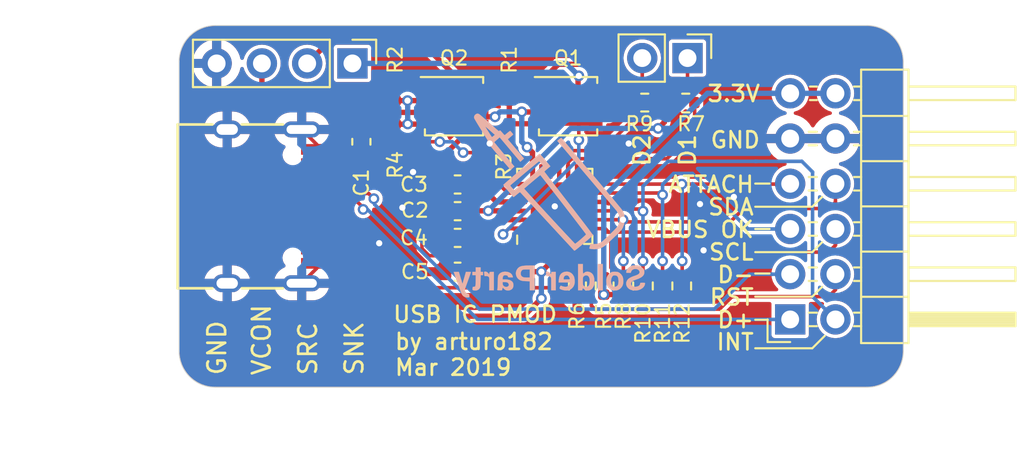
<source format=kicad_pcb>
(kicad_pcb (version 20221018) (generator pcbnew)
  (layers (0 "F.Cu" signal) (31 "B.Cu" signal) (34 "B.Paste" user) (35 "F.Paste" user) (36 "B.SilkS" user "B.Silkscreen") (37 "F.SilkS" user "F.Silkscreen") (38 "B.Mask" user) (39 "F.Mask" user) (44 "Edge.Cuts" user))
  (net 0 "")
  (net 1 "VBUS")
  (net 2 "GND")
  (net 3 "+3V3")
  (net 4 "Net-(C3-Pad1)")
  (net 5 "Net-(C4-Pad1)")
  (net 6 "/VCONN")
  (net 7 "/D-")
  (net 8 "/D+")
  (net 9 "Net-(J1-PadA8)")
  (net 10 "Net-(J1-PadB5)")
  (net 11 "Net-(J1-PadB8)")
  (net 12 "Net-(J1-PadA5)")
  (net 13 "/SDA")
  (net 14 "/SCL")
  (net 15 "/VBUS_VALID")
  (net 16 "/~{RESET}")
  (net 17 "/ATTACH")
  (net 18 "/~{INT}")
  (net 19 "/VSRC")
  (net 20 "/VSNK")
  (net 21 "/DEBUG2")
  (net 22 "/DEBUG1")
  (net 23 "Net-(Q1-Pad2)")
  (net 24 "Net-(Q1-Pad1)")
  (net 25 "Net-(Q2-Pad2)")
  (net 26 "Net-(Q2-Pad1)")
  (net 27 "Net-(R3-Pad1)")
  (net 28 "Net-(R4-Pad1)")
  (net 29 "Net-(U1-Pad17)")
  (footprint "Capacitor_SMD:C_0603_1608Metric" (layer "F.Cu") (at 87.7 58.6 -90)
    (fp_text reference "C1" (at 2.3 0 270) (layer "F.SilkS") (effects (font (size 0.8 0.8) (thickness 0.12))))
    (fp_text value "10uF")
    (pad "1" smd roundrect (at -0.7875 0 270) (size 0.875 0.95) (layers "F.Cu" "F.Paste" "F.Mask") (net 2 "GND"))
    (pad "2" smd roundrect (at 0.7875 0 270) (size 0.875 0.95) (layers "F.Cu" "F.Paste" "F.Mask") (net 1 "VBUS"))
  )
  (footprint "Capacitor_SMD:C_0603_1608Metric" (layer "F.Cu") (at 93.1 62.5 180)
    (fp_text reference "C2" (at 2.4 0.05 180) (layer "F.SilkS") (effects (font (size 0.8 0.8) (thickness 0.12))))
    (fp_text value "1uF")
    (pad "1" smd roundrect (at -0.7875 0 180) (size 0.875 0.95) (layers "F.Cu" "F.Paste" "F.Mask") (net 3 "+3V3"))
    (pad "2" smd roundrect (at 0.7875 0 180) (size 0.875 0.95) (layers "F.Cu" "F.Paste" "F.Mask") (net 2 "GND"))
  )
  (footprint "Capacitor_SMD:C_0603_1608Metric" (layer "F.Cu") (at 93.1 61 180)
    (fp_text reference "C3" (at 2.45 0 180) (layer "F.SilkS") (effects (font (size 0.8 0.8) (thickness 0.12))))
    (fp_text value "1uF")
    (pad "1" smd roundrect (at -0.7875 0 180) (size 0.875 0.95) (layers "F.Cu" "F.Paste" "F.Mask") (net 4 "Net-(C3-Pad1)"))
    (pad "2" smd roundrect (at 0.7875 0 180) (size 0.875 0.95) (layers "F.Cu" "F.Paste" "F.Mask") (net 2 "GND"))
  )
  (footprint "Capacitor_SMD:C_0603_1608Metric" (layer "F.Cu") (at 93.1 64 180)
    (fp_text reference "C4" (at 2.45 0 180) (layer "F.SilkS") (effects (font (size 0.8 0.8) (thickness 0.12))))
    (fp_text value "1uF")
    (pad "1" smd roundrect (at -0.7875 0 180) (size 0.875 0.95) (layers "F.Cu" "F.Paste" "F.Mask") (net 5 "Net-(C4-Pad1)"))
    (pad "2" smd roundrect (at 0.7875 0 180) (size 0.875 0.95) (layers "F.Cu" "F.Paste" "F.Mask") (net 2 "GND"))
  )
  (footprint "Capacitor_SMD:C_0603_1608Metric" (layer "F.Cu") (at 93.1 65.9 180)
    (fp_text reference "C5" (at 2.4 0 180) (layer "F.SilkS") (effects (font (size 0.8 0.8) (thickness 0.12))))
    (fp_text value "1uF")
    (pad "1" smd roundrect (at -0.7875 0 180) (size 0.875 0.95) (layers "F.Cu" "F.Paste" "F.Mask") (net 6 "/VCONN"))
    (pad "2" smd roundrect (at 0.7875 0 180) (size 0.875 0.95) (layers "F.Cu" "F.Paste" "F.Mask") (net 2 "GND"))
  )
  (footprint "Connector_PinHeader_2.54mm:PinHeader_1x04_P2.54mm_Vertical" (layer "F.Cu") (at 87.2 54.2 -90)
    (fp_text reference "J3" hide)
    (fp_text value "CONN_PWR")
    (pad "1" thru_hole rect (at 0 0 270) (size 1.7 1.7) (drill 1) (layers "*.Cu" "*.Mask") (net 20 "/VSNK"))
    (pad "2" thru_hole oval (at 0 2.54 270) (size 1.7 1.7) (drill 1) (layers "*.Cu" "*.Mask") (net 19 "/VSRC"))
    (pad "3" thru_hole oval (at 0 5.08 270) (size 1.7 1.7) (drill 1) (layers "*.Cu" "*.Mask") (net 6 "/VCONN"))
    (pad "4" thru_hole oval (at 0 7.62 270) (size 1.7 1.7) (drill 1) (layers "*.Cu" "*.Mask") (net 2 "GND"))
  )
  (footprint "Package_SO:Vishay_PowerPAK_1212-8_Dual" (layer "F.Cu") (at 99.3 56.6)
    (fp_text reference "Q1" (at 0 -2.7) (layer "F.SilkS") (effects (font (size 0.8 0.8) (thickness 0.12))))
    (fp_text value "Si7223DN")
    (pad "1" smd rect (at -1.435 -0.99) (size 0.99 0.405) (layers "F.Cu" "F.Paste" "F.Mask") (net 24 "Net-(Q1-Pad1)"))
    (pad "2" smd rect (at -1.435 -0.33) (size 0.99 0.405) (layers "F.Cu" "F.Paste" "F.Mask") (net 23 "Net-(Q1-Pad2)"))
    (pad "3" smd rect (at -1.435 0.33) (size 0.99 0.405) (layers "F.Cu" "F.Paste" "F.Mask") (net 1 "VBUS"))
    (pad "4" smd rect (at -1.435 0.99) (size 0.99 0.405) (layers "F.Cu" "F.Paste" "F.Mask") (net 23 "Net-(Q1-Pad2)"))
    (pad "5" smd custom (at 0.5575 0.6075) (size 1.725 0.99) (layers "F.Cu" "F.Paste" "F.Mask") (net 24 "Net-(Q1-Pad1)") (options (clearance outline) (anchor rect)) (primitives (gr_poly (pts (xy 0.6125 -0.495) (xy 1.3725 -0.495) (xy 1.3725 -0.09) (xy 0.8625 -0.09) (xy 0.8625 0.165) (xy 1.3725 0.165) (xy 1.3725 0.5875) (xy 0.6125 0.5875)) (width 0) (fill yes))))
    (pad "6" smd custom (at 0.5575 -0.6075) (size 1.725 0.99) (layers "F.Cu" "F.Paste" "F.Mask") (net 20 "/VSNK") (options (clearance outline) (anchor rect)) (primitives (gr_poly (pts (xy 0.6125 0.495) (xy 1.3725 0.495) (xy 1.3725 0.09) (xy 0.8625 0.09) (xy 0.8625 -0.165) (xy 1.3725 -0.165) (xy 1.3725 -0.5875) (xy 0.6125 -0.5875)) (width 0) (fill yes))))
  )
  (footprint "Resistor_SMD:R_0402_1005Metric" (layer "F.Cu") (at 89.6 58.1 90)
    (fp_text reference "R4" (at -1.8 0 90) (layer "F.SilkS") (effects (font (size 0.8 0.8) (thickness 0.12))))
    (fp_text value "1K")
    (pad "1" smd roundrect (at -0.485 0 90) (size 0.59 0.64) (layers "F.Cu" "F.Paste" "F.Mask") (net 28 "Net-(R4-Pad1)"))
    (pad "2" smd roundrect (at 0.485 0 90) (size 0.59 0.64) (layers "F.Cu" "F.Paste" "F.Mask") (net 25 "Net-(Q2-Pad2)"))
  )
  (footprint "Resistor_SMD:R_0402_1005Metric" (layer "F.Cu") (at 101.3 66.7 90)
    (fp_text reference "R5" (at -1.7 0 90) (layer "F.SilkS") (effects (font (size 0.8 0.8) (thickness 0.12))))
    (fp_text value "4.7K")
    (pad "1" smd roundrect (at -0.485 0 90) (size 0.59 0.64) (layers "F.Cu" "F.Paste" "F.Mask") (net 3 "+3V3"))
    (pad "2" smd roundrect (at 0.485 0 90) (size 0.59 0.64) (layers "F.Cu" "F.Paste" "F.Mask") (net 14 "/SCL"))
  )
  (footprint "Resistor_SMD:R_0402_1005Metric" (layer "F.Cu") (at 99.8 66.7 -90)
    (fp_text reference "R6" (at 1.7 0 270) (layer "F.SilkS") (effects (font (size 0.8 0.8) (thickness 0.12))))
    (fp_text value "1K")
    (pad "1" smd roundrect (at -0.485 0 270) (size 0.59 0.64) (layers "F.Cu" "F.Paste" "F.Mask") (net 16 "/~{RESET}"))
    (pad "2" smd roundrect (at 0.485 0 270) (size 0.59 0.64) (layers "F.Cu" "F.Paste" "F.Mask") (net 2 "GND"))
  )
  (footprint "Resistor_SMD:R_0402_1005Metric" (layer "F.Cu") (at 103.5 66.7 90)
    (fp_text reference "R10" (at -2.1 0 90) (layer "F.SilkS") (effects (font (size 0.8 0.8) (thickness 0.12))))
    (fp_text value "10K")
    (pad "1" smd roundrect (at -0.485 0 90) (size 0.59 0.64) (layers "F.Cu" "F.Paste" "F.Mask") (net 3 "+3V3"))
    (pad "2" smd roundrect (at 0.485 0 90) (size 0.59 0.64) (layers "F.Cu" "F.Paste" "F.Mask") (net 18 "/~{INT}"))
  )
  (footprint "Resistor_SMD:R_0402_1005Metric" (layer "F.Cu") (at 104.6 66.7 90)
    (fp_text reference "R11" (at -2.1 0 90) (layer "F.SilkS") (effects (font (size 0.8 0.8) (thickness 0.12))))
    (fp_text value "10K")
    (pad "1" smd roundrect (at -0.485 0 90) (size 0.59 0.64) (layers "F.Cu" "F.Paste" "F.Mask") (net 3 "+3V3"))
    (pad "2" smd roundrect (at 0.485 0 90) (size 0.59 0.64) (layers "F.Cu" "F.Paste" "F.Mask") (net 15 "/VBUS_VALID"))
  )
  (footprint "Resistor_SMD:R_0402_1005Metric" (layer "F.Cu") (at 105.7 66.7 90)
    (fp_text reference "R12" (at -2.1 0 90) (layer "F.SilkS") (effects (font (size 0.8 0.8) (thickness 0.12))))
    (fp_text value "10K")
    (pad "1" smd roundrect (at -0.485 0 90) (size 0.59 0.64) (layers "F.Cu" "F.Paste" "F.Mask") (net 3 "+3V3"))
    (pad "2" smd roundrect (at 0.485 0 90) (size 0.59 0.64) (layers "F.Cu" "F.Paste" "F.Mask") (net 17 "/ATTACH"))
  )
  (footprint "Package_DFN_QFN:QFN-24-1EP_4x4mm_P0.5mm_EP2.7x2.7mm" (layer "F.Cu") (at 98.552 62.23 90)
    (fp_text reference "U1" hide)
    (fp_text value "STUSB1600")
    (pad "1" smd roundrect (at -1.9625 -1.25 90) (size 0.825 0.25) (layers "F.Cu" "F.Paste" "F.Mask") (net 12 "Net-(J1-PadA5)"))
    (pad "2" smd roundrect (at -1.9625 -0.75 90) (size 0.825 0.25) (layers "F.Cu" "F.Paste" "F.Mask") (net 12 "Net-(J1-PadA5)"))
    (pad "3" smd roundrect (at -1.9625 -0.25 90) (size 0.825 0.25) (layers "F.Cu" "F.Paste" "F.Mask") (net 6 "/VCONN"))
    (pad "4" smd roundrect (at -1.9625 0.25 90) (size 0.825 0.25) (layers "F.Cu" "F.Paste" "F.Mask") (net 10 "Net-(J1-PadB5)"))
    (pad "5" smd roundrect (at -1.9625 0.75 90) (size 0.825 0.25) (layers "F.Cu" "F.Paste" "F.Mask") (net 10 "Net-(J1-PadB5)"))
    (pad "6" smd roundrect (at -1.9625 1.25 90) (size 0.825 0.25) (layers "F.Cu" "F.Paste" "F.Mask") (net 16 "/~{RESET}"))
    (pad "7" smd roundrect (at -1.25 1.9625 90) (size 0.25 0.825) (layers "F.Cu" "F.Paste" "F.Mask") (net 14 "/SCL"))
    (pad "8" smd roundrect (at -0.75 1.9625 90) (size 0.25 0.825) (layers "F.Cu" "F.Paste" "F.Mask") (net 13 "/SDA"))
    (pad "9" smd roundrect (at -0.25 1.9625 90) (size 0.25 0.825) (layers "F.Cu" "F.Paste" "F.Mask") (net 18 "/~{INT}"))
    (pad "10" smd roundrect (at 0.25 1.9625 90) (size 0.25 0.825) (layers "F.Cu" "F.Paste" "F.Mask") (net 2 "GND"))
    (pad "11" smd roundrect (at 0.75 1.9625 90) (size 0.25 0.825) (layers "F.Cu" "F.Paste" "F.Mask") (net 15 "/VBUS_VALID"))
    (pad "12" smd roundrect (at 1.25 1.9625 90) (size 0.25 0.825) (layers "F.Cu" "F.Paste" "F.Mask") (net 17 "/ATTACH"))
    (pad "13" smd roundrect (at 1.9625 1.25 90) (size 0.825 0.25) (layers "F.Cu" "F.Paste" "F.Mask") (net 2 "GND"))
    (pad "14" smd roundrect (at 1.9625 0.75 90) (size 0.825 0.25) (layers "F.Cu" "F.Paste" "F.Mask") (net 22 "/DEBUG1"))
    (pad "15" smd roundrect (at 1.9625 0.25 90) (size 0.825 0.25) (layers "F.Cu" "F.Paste" "F.Mask") (net 21 "/DEBUG2"))
    (pad "16" smd roundrect (at 1.9625 -0.25 90) (size 0.825 0.25) (layers "F.Cu" "F.Paste" "F.Mask"))
    (pad "17" smd roundrect (at 1.9625 -0.75 90) (size 0.825 0.25) (layers "F.Cu" "F.Paste" "F.Mask") (net 29 "Net-(U1-Pad17)"))
    (pad "18" smd roundrect (at 1.9625 -1.25 90) (size 0.825 0.25) (layers "F.Cu" "F.Paste" "F.Mask") (net 1 "VBUS"))
    (pad "19" smd roundrect (at 1.25 -1.9625 90) (size 0.25 0.825) (layers "F.Cu" "F.Paste" "F.Mask") (net 27 "Net-(R3-Pad1)"))
    (pad "20" smd roundrect (at 0.75 -1.9625 90) (size 0.25 0.825) (layers "F.Cu" "F.Paste" "F.Mask") (net 28 "Net-(R4-Pad1)"))
    (pad "21" smd roundrect (at 0.25 -1.9625 90) (size 0.25 0.825) (layers "F.Cu" "F.Paste" "F.Mask") (net 4 "Net-(C3-Pad1)"))
    (pad "22" smd roundrect (at -0.25 -1.9625 90) (size 0.25 0.825) (layers "F.Cu" "F.Paste" "F.Mask") (net 3 "+3V3"))
    (pad "23" smd roundrect (at -0.75 -1.9625 90) (size 0.25 0.825) (layers "F.Cu" "F.Paste" "F.Mask") (net 5 "Net-(C4-Pad1)"))
    (pad "24" smd roundrect (at -1.25 -1.9625 90) (size 0.25 0.825) (layers "F.Cu" "F.Paste" "F.Mask") (net 24 "Net-(Q1-Pad1)"))
    (pad "25" smd roundrect (at 0 0 90) (size 2.7 2.7) (layers "F.Cu" "F.Mask") (roundrect_rratio 0.092593) (net 2 "GND"))
  )
  (footprint "Connector_PinHeader_2.54mm_Extra:PMODHeader_2x06_P2.54mm_Horizontal" (layer "F.Cu") (at 111.76 55.88)
    (fp_text reference "J2")
    (fp_text value "CONN_PMOD")
    (pad "1" thru_hole rect (at 0 12.7) (size 1.7 1.7) (drill 1) (layers "*.Cu" "*.Mask") (net 8 "/D+"))
    (pad "2" thru_hole oval (at 0 10.16) (size 1.7 1.7) (drill 1) (layers "*.Cu" "*.Mask") (net 7 "/D-"))
    (pad "3" thru_hole oval (at 0 7.62) (size 1.7 1.7) (drill 1) (layers "*.Cu" "*.Mask") (net 15 "/VBUS_VALID"))
    (pad "4" thru_hole oval (at 0 5.08) (size 1.7 1.7) (drill 1) (layers "*.Cu" "*.Mask") (net 17 "/ATTACH"))
    (pad "5" thru_hole oval (at 0 2.54) (size 1.7 1.7) (drill 1) (layers "*.Cu" "*.Mask") (net 2 "GND"))
    (pad "6" thru_hole circle (at 0 0) (size 1.7 1.7) (drill 1) (layers "*.Cu" "*.Mask") (net 3 "+3V3"))
    (pad "7" thru_hole circle (at 2.54 12.7) (size 1.7 1.7) (drill 1) (layers "*.Cu" "*.Mask") (net 18 "/~{INT}"))
    (pad "8" thru_hole oval (at 2.54 10.16) (size 1.7 1.7) (drill 1) (layers "*.Cu" "*.Mask") (net 16 "/~{RESET}"))
    (pad "9" thru_hole oval (at 2.54 7.62) (size 1.7 1.7) (drill 1) (layers "*.Cu" "*.Mask") (net 14 "/SCL"))
    (pad "10" thru_hole oval (at 2.54 5.08) (size 1.7 1.7) (drill 1) (layers "*.Cu" "*.Mask") (net 13 "/SDA"))
    (pad "11" thru_hole oval (at 2.54 2.54) (size 1.7 1.7) (drill 1) (layers "*.Cu" "*.Mask") (net 2 "GND"))
    (pad "12" thru_hole oval (at 2.54 0) (size 1.7 1.7) (drill 1) (layers "*.Cu" "*.Mask") (net 3 "+3V3"))
  )
  (footprint "Connector_USB_Extra:USB_C_Receptacle_GT-USB-7010" (layer "F.Cu") (at 82.042 62.23 -90)
    (fp_text reference "J1" hide)
    (fp_text value "USB_C_Receptacle_USB2.0")
    (pad "" np_thru_hole circle (at -2.89 -1.81 270) (size 0.65 0.65) (drill 0.65) (layers "*.Cu" "*.Mask"))
    (pad "" np_thru_hole circle (at 2.89 -1.81 270) (size 0.65 0.65) (drill 0.65) (layers "*.Cu" "*.Mask"))
    (pad "A1" smd rect (at -3.35 -3.15 270) (size 0.3 1.75) (layers "F.Cu" "F.Paste" "F.Mask") (net 2 "GND"))
    (pad "A4" smd rect (at -2.55 -3.15 270) (size 0.3 1.75) (layers "F.Cu" "F.Paste" "F.Mask") (net 1 "VBUS"))
    (pad "A5" smd rect (at -1.25 -3.15 270) (size 0.3 1.75) (layers "F.Cu" "F.Paste" "F.Mask") (net 12 "Net-(J1-PadA5)"))
    (pad "A6" smd rect (at -0.25 -3.15 270) (size 0.3 1.75) (layers "F.Cu" "F.Paste" "F.Mask") (net 8 "/D+"))
    (pad "A7" smd rect (at 0.25 -3.15 270) (size 0.3 1.75) (layers "F.Cu" "F.Paste" "F.Mask") (net 7 "/D-"))
    (pad "A8" smd rect (at 1.25 -3.15 270) (size 0.3 1.75) (layers "F.Cu" "F.Paste" "F.Mask") (net 9 "Net-(J1-PadA8)"))
    (pad "A9" smd rect (at 2.55 -3.15 270) (size 0.3 1.75) (layers "F.Cu" "F.Paste" "F.Mask") (net 1 "VBUS"))
    (pad "A12" smd rect (at 3.35 -3.15 270) (size 0.3 1.75) (layers "F.Cu" "F.Paste" "F.Mask") (net 2 "GND"))
    (pad "B1" smd rect (at 3.05 -3.15 270) (size 0.3 1.75) (layers "F.Cu" "F.Paste" "F.Mask") (net 2 "GND"))
    (pad "B4" smd rect (at 2.25 -3.15 270) (size 0.3 1.75) (layers "F.Cu" "F.Paste" "F.Mask") (net 1 "VBUS"))
    (pad "B5" smd rect (at 1.75 -3.15 270) (size 0.3 1.75) (layers "F.Cu" "F.Paste" "F.Mask") (net 10 "Net-(J1-PadB5)"))
    (pad "B6" smd rect (at 0.75 -3.15 270) (size 0.3 1.75) (layers "F.Cu" "F.Paste" "F.Mask") (net 8 "/D+"))
    (pad "B7" smd rect (at -0.75 -3.15 270) (size 0.3 1.75) (layers "F.Cu" "F.Paste" "F.Mask") (net 7 "/D-"))
    (pad "B8" smd rect (at -1.75 -3.15 270) (size 0.3 1.75) (layers "F.Cu" "F.Paste" "F.Mask") (net 11 "Net-(J1-PadB8)"))
    (pad "B9" smd rect (at -2.25 -3.15 270) (size 0.3 1.75) (layers "F.Cu" "F.Paste" "F.Mask") (net 1 "VBUS"))
    (pad "B12" smd rect (at -3.05 -3.15 270) (size 0.3 1.75) (layers "F.Cu" "F.Paste" "F.Mask") (net 2 "GND"))
    (pad "S1" thru_hole oval (at -4.32 -2.31 270) (size 0.9 2.1) (drill oval 0.5 1.7) (layers "*.Cu" "*.Mask") (net 2 "GND"))
    (pad "S1" thru_hole oval (at -4.32 1.87 270) (size 1 1.6) (drill oval 0.6 1.2) (layers "*.Cu" "*.Mask") (net 2 "GND"))
    (pad "S1" thru_hole oval (at 4.32 -2.31 270) (size 0.9 2.1) (drill oval 0.5 1.7) (layers "*.Cu" "*.Mask") (net 2 "GND"))
    (pad "S1" thru_hole oval (at 4.32 1.87 270) (size 1 1.6) (drill oval 0.6 1.2) (layers "*.Cu" "*.Mask") (net 2 "GND"))
  )
  (footprint "Resistor_SMD:R_0402_1005Metric" (layer "F.Cu") (at 102.4 66.7 90)
    (fp_text reference "R8" (at -1.7 0 90) (layer "F.SilkS") (effects (font (size 0.8 0.8) (thickness 0.12))))
    (fp_text value "4.7K")
    (pad "1" smd roundrect (at -0.485 0 90) (size 0.59 0.64) (layers "F.Cu" "F.Paste" "F.Mask") (net 3 "+3V3"))
    (pad "2" smd roundrect (at 0.485 0 90) (size 0.59 0.64) (layers "F.Cu" "F.Paste" "F.Mask") (net 13 "/SDA"))
  )
  (footprint "Resistor_SMD:R_0402_1005Metric" (layer "F.Cu") (at 105.9 56.4)
    (fp_text reference "R7" (at 0.3 1.2) (layer "F.SilkS") (effects (font (size 0.8 0.8) (thickness 0.12))))
    (fp_text value "10K")
    (pad "1" smd roundrect (at -0.485 0) (size 0.59 0.64) (layers "F.Cu" "F.Paste" "F.Mask") (net 3 "+3V3"))
    (pad "2" smd roundrect (at 0.485 0) (size 0.59 0.64) (layers "F.Cu" "F.Paste" "F.Mask") (net 22 "/DEBUG1"))
  )
  (footprint "Resistor_SMD:R_0402_1005Metric" (layer "F.Cu") (at 96 55.8 90)
    (fp_text reference "R1" (at 1.8 0 90) (layer "F.SilkS") (effects (font (size 0.8 0.8) (thickness 0.12))))
    (fp_text value "10K")
    (pad "1" smd roundrect (at -0.485 0 90) (size 0.59 0.64) (layers "F.Cu" "F.Paste" "F.Mask") (net 23 "Net-(Q1-Pad2)"))
    (pad "2" smd roundrect (at 0.485 0 90) (size 0.59 0.64) (layers "F.Cu" "F.Paste" "F.Mask") (net 24 "Net-(Q1-Pad1)"))
  )
  (footprint "Package_SO:Vishay_PowerPAK_1212-8_Dual" (layer "F.Cu") (at 92.9 56.6)
    (fp_text reference "Q2" (at 0 -2.7) (layer "F.SilkS") (effects (font (size 0.8 0.8) (thickness 0.12))))
    (fp_text value "Si7223DN")
    (pad "1" smd rect (at -1.435 -0.99) (size 0.99 0.405) (layers "F.Cu" "F.Paste" "F.Mask") (net 26 "Net-(Q2-Pad1)"))
    (pad "2" smd rect (at -1.435 -0.33) (size 0.99 0.405) (layers "F.Cu" "F.Paste" "F.Mask") (net 25 "Net-(Q2-Pad2)"))
    (pad "3" smd rect (at -1.435 0.33) (size 0.99 0.405) (layers "F.Cu" "F.Paste" "F.Mask") (net 26 "Net-(Q2-Pad1)"))
    (pad "4" smd rect (at -1.435 0.99) (size 0.99 0.405) (layers "F.Cu" "F.Paste" "F.Mask") (net 25 "Net-(Q2-Pad2)"))
    (pad "5" smd custom (at 0.5575 0.6075) (size 1.725 0.99) (layers "F.Cu" "F.Paste" "F.Mask") (net 1 "VBUS") (options (clearance outline) (anchor rect)) (primitives (gr_poly (pts (xy 0.6125 -0.495) (xy 1.3725 -0.495) (xy 1.3725 -0.09) (xy 0.8625 -0.09) (xy 0.8625 0.165) (xy 1.3725 0.165) (xy 1.3725 0.5875) (xy 0.6125 0.5875)) (width 0) (fill yes))))
    (pad "6" smd custom (at 0.5575 -0.6075) (size 1.725 0.99) (layers "F.Cu" "F.Paste" "F.Mask") (net 19 "/VSRC") (options (clearance outline) (anchor rect)) (primitives (gr_poly (pts (xy 0.6125 0.495) (xy 1.3725 0.495) (xy 1.3725 0.09) (xy 0.8625 0.09) (xy 0.8625 -0.165) (xy 1.3725 -0.165) (xy 1.3725 -0.5875) (xy 0.6125 -0.5875)) (width 0) (fill yes))))
  )
  (footprint "Resistor_SMD:R_0402_1005Metric" (layer "F.Cu") (at 89.6 55.8 90)
    (fp_text reference "R2" (at 1.8 0 90) (layer "F.SilkS") (effects (font (size 0.8 0.8) (thickness 0.12))))
    (fp_text value "10K")
    (pad "1" smd roundrect (at -0.485 0 90) (size 0.59 0.64) (layers "F.Cu" "F.Paste" "F.Mask") (net 25 "Net-(Q2-Pad2)"))
    (pad "2" smd roundrect (at 0.485 0 90) (size 0.59 0.64) (layers "F.Cu" "F.Paste" "F.Mask") (net 26 "Net-(Q2-Pad1)"))
  )
  (footprint "Resistor_SMD:R_0402_1005Metric" (layer "F.Cu") (at 96 58.1 90)
    (fp_text reference "R3" (at -1.9 -0.3 90) (layer "F.SilkS") (effects (font (size 0.8 0.8) (thickness 0.12))))
    (fp_text value "1K")
    (pad "1" smd roundrect (at -0.485 0 90) (size 0.59 0.64) (layers "F.Cu" "F.Paste" "F.Mask") (net 27 "Net-(R3-Pad1)"))
    (pad "2" smd roundrect (at 0.485 0 90) (size 0.59 0.64) (layers "F.Cu" "F.Paste" "F.Mask") (net 23 "Net-(Q1-Pad2)"))
  )
  (footprint "Connector_PinHeader_2.54mm:PinHeader_1x02_P2.54mm_Vertical" (layer "F.Cu") (at 106 53.9 -90)
    (fp_text reference "J4" hide)
    (fp_text value "CONN_DBG")
    (pad "1" thru_hole rect (at 0 0 270) (size 1.7 1.7) (drill 1) (layers "*.Cu" "*.Mask") (net 22 "/DEBUG1"))
    (pad "2" thru_hole oval (at 0 2.54 270) (size 1.7 1.7) (drill 1) (layers "*.Cu" "*.Mask") (net 21 "/DEBUG2"))
  )
  (footprint "Resistor_SMD:R_0402_1005Metric" (layer "F.Cu") (at 103.6 56.4 180)
    (fp_text reference "R9" (at 0.3 -1.2 180) (layer "F.SilkS") (effects (font (size 0.8 0.8) (thickness 0.12))))
    (fp_text value "10K")
    (pad "1" smd roundrect (at -0.485 0 180) (size 0.59 0.64) (layers "F.Cu" "F.Paste" "F.Mask") (net 3 "+3V3"))
    (pad "2" smd roundrect (at 0.485 0 180) (size 0.59 0.64) (layers "F.Cu" "F.Paste" "F.Mask") (net 21 "/DEBUG2"))
  )
  (footprint "Symbols_Extra:SolderParty-Logo_12.6x11.7mm_SilkScreen" (layer "B.Cu") (at 98.25 62.15 180)
    (fp_text reference "G***" hide)
    (fp_text value "LOGO" hide)
  )
  (gr_line (start 105.15 66.5) (end 105.15 66.9) (stroke (width 0.12)) (layer "F.SilkS"))
  (gr_line (start 104.05 66.5) (end 104.05 66.9) (stroke (width 0.12)) (layer "F.SilkS"))
  (gr_line (start 102.95 66.5) (end 102.95 66.9) (stroke (width 0.12)) (layer "F.SilkS"))
  (gr_line (start 101.85 66.5) (end 101.85 66.9) (stroke (width 0.12)) (layer "F.SilkS"))
  (gr_line (start 100.85 66.5) (end 100.85 66.9) (stroke (width 0.12)) (layer "F.SilkS"))
  (gr_line (start 100.3 66.5) (end 100.3 66.9) (stroke (width 0.12)) (layer "F.SilkS"))
  (gr_line (start 99.35 66.5) (end 99.35 66.9) (stroke (width 0.12)) (layer "F.SilkS"))
  (gr_line (start 105.7 56.95) (end 106.1 56.95) (stroke (width 0.12)) (layer "F.SilkS"))
  (gr_line (start 103.8 55.9) (end 103.4 55.9) (stroke (width 0.12)) (layer "F.SilkS"))
  (gr_line (start 103.4 56.9) (end 103.8 56.9) (stroke (width 0.12)) (layer "F.SilkS"))
  (gr_line (start 109.8 63.5) (end 110.6 63.5) (stroke (width 0.12)) (layer "F.SilkS"))
  (gr_line (start 109.8 64.8) (end 113 64.8) (stroke (width 0.12)) (layer "F.SilkS"))
  (gr_line (start 113 64.8) (end 113.55 64.25) (stroke (width 0.12)) (layer "F.SilkS"))
  (gr_line (start 113 67.3) (end 113.55 66.75) (stroke (width 0.12)) (layer "F.SilkS"))
  (gr_line (start 109.8 66) (end 110.6 66) (stroke (width 0.12)) (layer "F.SilkS"))
  (gr_line (start 109.8 67.3) (end 113 67.3) (stroke (width 0.12)) (layer "F.SilkS"))
  (gr_line (start 109.8 70.2) (end 113 70.2) (stroke (width 0.12)) (layer "F.SilkS"))
  (gr_line (start 113 70.2) (end 113.7 69.5) (stroke (width 0.12)) (layer "F.SilkS"))
  (gr_line (start 109.8 68.6) (end 110.5 68.6) (stroke (width 0.12)) (layer "F.SilkS"))
  (gr_line (start 109.8 62.25) (end 113 62.25) (stroke (width 0.12)) (layer "F.SilkS"))
  (gr_line (start 109.8 60.95) (end 110.6 60.95) (stroke (width 0.12)) (layer "F.SilkS"))
  (gr_line (start 113 62.25) (end 113.55 61.7) (stroke (width 0.12)) (layer "F.SilkS"))
  (gr_line (start 105.7 55.9) (end 106.1 55.9) (stroke (width 0.12)) (layer "F.SilkS"))
  (gr_line (start 106.2 66.5) (end 106.2 66.9) (stroke (width 0.12)) (layer "F.SilkS"))
  (gr_line (start 77.47 70.358) (end 77.47 54.102) (stroke (width 0.05)) (layer "Edge.Cuts"))
  (gr_arc (start 77.47 54.102) (mid 78.065159 52.665159) (end 79.502 52.07) (stroke (width 0.05)) (layer "Edge.Cuts"))
  (gr_arc (start 79.502 72.39) (mid 78.065159 71.794841) (end 77.47 70.358) (stroke (width 0.05)) (layer "Edge.Cuts"))
  (gr_arc (start 118.11 70.358) (mid 117.514841 71.794841) (end 116.078 72.39) (stroke (width 0.05)) (layer "Edge.Cuts"))
  (gr_line (start 118.11 54.102) (end 118.11 70.358) (stroke (width 0.05)) (layer "Edge.Cuts"))
  (gr_arc (start 116.078 52.07) (mid 117.514841 52.665159) (end 118.11 54.102) (stroke (width 0.05)) (layer "Edge.Cuts"))
  (gr_line (start 116.078 72.39) (end 79.502 72.39) (stroke (width 0.05)) (layer "Edge.Cuts"))
  (gr_line (start 79.502 52.07) (end 116.078 52.07) (stroke (width 0.05)) (layer "Edge.Cuts"))
  (gr_text "VCON" (at 82.1 71.8 90) (layer "F.SilkS") (effects (font (size 1 1)) (justify left)))
  (gr_text "SRC" (at 84.7 71.8 90) (layer "F.SilkS") (effects (font (size 1 1)) (justify left)))
  (gr_text "SNK" (at 87.3 71.8 90) (layer "F.SilkS") (effects (font (size 1 1)) (justify left)))
  (gr_text "3.3V" (at 110.15 55.9) (layer "F.SilkS") (effects (font (size 0.9 0.9)) (justify right)))
  (gr_text "GND" (at 110.15 58.5) (layer "F.SilkS") (effects (font (size 0.9 0.9)) (justify right)))
  (gr_text "ATTACH" (at 109.8 61) (layer "F.SilkS") (effects (font (size 0.9 0.9)) (justify right)))
  (gr_text "SDA" (at 109.8 62.266666) (layer "F.SilkS") (effects (font (size 0.9 0.9)) (justify right)))
  (gr_text "VBUS OK" (at 109.8 63.533332) (layer "F.SilkS") (effects (font (size 0.9 0.9)) (justify right)))
  (gr_text "SCL" (at 109.8 64.799998) (layer "F.SilkS") (effects (font (size 0.9 0.9)) (justify right)))
  (gr_text "D-" (at 109.8 66.066664) (layer "F.SilkS") (effects (font (size 0.9 0.9)) (justify right)))
  (gr_text "RST" (at 109.8 67.33333) (layer "F.SilkS") (effects (font (size 0.9 0.9)) (justify right)))
  (gr_text "D+" (at 109.8 68.599996) (layer "F.SilkS") (effects (font (size 0.9 0.9)) (justify right)))
  (gr_text "INT" (at 109.8 69.85) (layer "F.SilkS") (effects (font (size 0.9 0.9)) (justify right)))
  (gr_text "by arturo182\nMar 2019" (at 89.5 70.55) (layer "F.SilkS") (effects (font (size 0.9 0.9)) (justify left)))
  (gr_text "USB IC PMOD" (at 89.4 68.3) (layer "F.SilkS") (effects (font (size 0.9 0.9)) (justify left)))
  (gr_text "D2" (at 103.45 58.1 90) (layer "F.SilkS") (effects (font (size 0.9 0.9)) (justify right)))
  (gr_text "D1" (at 106 58.1 90) (layer "F.SilkS") (effects (font (size 0.9 0.9)) (justify right)))
  (gr_text "GND" (at 79.6 71.8 90) (layer "F.SilkS") (effects (font (size 1 1)) (justify left)))
  (segment (start 83.616989 63.979989) (end 84.117 64.48) (width 0.2) (layer "F.Cu") (net 1))
  (segment (start 95.2 57.2) (end 93.465 57.2) (width 0.3) (layer "F.Cu") (net 1))
  (segment (start 85.192 59.68) (end 86.42 59.68) (width 0.3) (layer "F.Cu") (net 1))
  (segment (start 83.616989 60.480011) (end 83.616989 63.979989) (width 0.2) (layer "F.Cu") (net 1))
  (segment (start 87.7 59.3875) (end 92.3125 59.3875) (width 0.3) (layer "F.Cu") (net 1))
  (segment (start 97.302 59.202) (end 97 58.9) (width 0.3) (layer "F.Cu") (net 1))
  (segment (start 96.71 56.93) (end 96.7 56.92) (width 0.3) (layer "F.Cu") (net 1))
  (segment (start 97.302 60.2675) (end 97.302 59.202) (width 0.3) (layer "F.Cu") (net 1))
  (segment (start 86.7125 59.3875) (end 87.7 59.3875) (width 0.3) (layer "F.Cu") (net 1))
  (segment (start 84.117 59.98) (end 83.616989 60.480011) (width 0.2) (layer "F.Cu") (net 1))
  (segment (start 85.192 59.68) (end 85.192 59.98) (width 0.2) (layer "F.Cu") (net 1))
  (segment (start 92.3125 59.3875) (end 93.4575 58.2425) (width 0.3) (layer "F.Cu") (net 1))
  (segment (start 93.4575 58.2425) (end 93.4575 57.2075) (width 0.3) (layer "F.Cu") (net 1))
  (segment (start 86.42 59.68) (end 86.7125 59.3875) (width 0.3) (layer "F.Cu") (net 1))
  (segment (start 97.865 56.93) (end 96.71 56.93) (width 0.3) (layer "F.Cu") (net 1))
  (segment (start 85.192 64.78) (end 85.192 64.48) (width 0.2) (layer "F.Cu") (net 1))
  (segment (start 85.192 59.98) (end 84.117 59.98) (width 0.2) (layer "F.Cu") (net 1))
  (segment (start 93.465 57.2) (end 93.4575 57.2075) (width 0.3) (layer "F.Cu") (net 1))
  (segment (start 84.117 64.48) (end 85.192 64.48) (width 0.2) (layer "F.Cu") (net 1))
  (via (at 95.2 57.2) (size 0.6) (drill 0.35) (layers "F.Cu" "B.Cu") (net 1))
  (via (at 97 58.9) (size 0.6) (drill 0.35) (layers "F.Cu" "B.Cu") (net 1))
  (via (at 96.7 56.92) (size 0.6) (drill 0.35) (layers "F.Cu" "B.Cu") (net 1))
  (segment (start 96.7 56.92) (end 95.48 56.92) (width 0.3) (layer "B.Cu") (net 1))
  (segment (start 96.7 58.6) (end 97 58.9) (width 0.3) (layer "B.Cu") (net 1))
  (segment (start 96.7 56.92) (end 96.7 58.6) (width 0.3) (layer "B.Cu") (net 1))
  (segment (start 95.48 56.92) (end 95.2 57.2) (width 0.3) (layer "B.Cu") (net 1))
  (segment (start 85.192 59.18) (end 85.192 58.75) (width 0.2) (layer "F.Cu") (net 2))
  (segment (start 85.192 65.58) (end 85.192 65.71) (width 0.2) (layer "F.Cu") (net 2))
  (segment (start 85.192 65.71) (end 84.352 66.55) (width 0.2) (layer "F.Cu") (net 2))
  (segment (start 85.192 58.75) (end 84.352 57.91) (width 0.2) (layer "F.Cu") (net 2))
  (segment (start 85.192 65.58) (end 85.192 65.28) (width 0.2) (layer "F.Cu") (net 2))
  (via (at 106.9 64.7) (size 0.6) (drill 0.35) (layers "F.Cu" "B.Cu") (net 2))
  (via (at 98.552 62.23) (size 0.6) (drill 0.35) (layers "F.Cu" "B.Cu") (net 2))
  (via (at 108.6 61.7) (size 0.6) (drill 0.35) (layers "F.Cu" "B.Cu") (net 2))
  (via (at 106.7 62.1) (size 0.6) (drill 0.35) (layers "F.Cu" "B.Cu") (net 2))
  (via (at 90.6 60.3) (size 0.6) (drill 0.35) (layers "F.Cu" "B.Cu") (net 2))
  (via (at 90 62.3) (size 0.6) (drill 0.35) (layers "F.Cu" "B.Cu") (net 2))
  (via (at 94.9 58.7) (size 0.6) (drill 0.35) (layers "F.Cu" "B.Cu") (net 2))
  (via (at 88.7 64.3) (size 0.6) (drill 0.35) (layers "F.Cu" "B.Cu") (net 2))
  (via (at 102.7 58.7) (size 0.6) (drill 0.35) (layers "F.Cu" "B.Cu") (net 2))
  (segment (start 104.7 57.5) (end 104.350001 57.849999) (width 0.3) (layer "F.Cu") (net 3))
  (segment (start 104.7 56.4) (end 105.415 56.4) (width 0.3) (layer "F.Cu") (net 3))
  (segment (start 96.5895 62.48) (end 94.82 62.48) (width 0.3) (layer "F.Cu") (net 3))
  (segment (start 104.6 67.185) (end 103.5 67.185) (width 0.3) (layer "F.Cu") (net 3))
  (segment (start 102.4 67.185) (end 103.5 67.185) (width 0.3) (layer "F.Cu") (net 3))
  (segment (start 93.9075 62.48) (end 93.8875 62.5) (width 0.3) (layer "F.Cu") (net 3))
  (segment (start 104.6 67.185) (end 105.7 67.185) (width 0.3) (layer "F.Cu") (net 3))
  (segment (start 94.82 62.48) (end 93.9075 62.48) (width 0.3) (layer "F.Cu") (net 3))
  (segment (start 104.7 56.4) (end 104.085 56.4) (width 0.3) (layer "F.Cu") (net 3))
  (segment (start 104.7 56.4) (end 104.7 57.5) (width 0.3) (layer "F.Cu") (net 3))
  (segment (start 101.3 67.185) (end 102.4 67.185) (width 0.3) (layer "F.Cu") (net 3))
  (via (at 104.350001 57.849999) (size 0.6) (drill 0.35) (layers "F.Cu" "B.Cu") (net 3))
  (via (at 94.82 62.48) (size 0.6) (drill 0.35) (layers "F.Cu" "B.Cu") (net 3))
  (via (at 101.3 67.185) (size 0.6) (drill 0.35) (layers "F.Cu" "B.Cu") (net 3))
  (segment (start 104.749999 57.849999) (end 105.049999 57.849999) (width 0.3) (layer "B.Cu") (net 3))
  (segment (start 107.12 55.88) (end 110.744 55.88) (width 0.3) (layer "B.Cu") (net 3))
  (segment (start 110.744 55.88) (end 111.76 55.88) (width 0.3) (layer "B.Cu") (net 3))
  (segment (start 105.049999 57.849999) (end 105.1 57.9) (width 0.3) (layer "B.Cu") (net 3))
  (segment (start 104.8 58.2) (end 105.1 57.9) (width 0.3) (layer "B.Cu") (net 3))
  (segment (start 104.749999 58.149999) (end 104.8 58.2) (width 0.3) (layer "B.Cu") (net 3))
  (segment (start 105.1 57.9) (end 107.12 55.88) (width 0.3) (layer "B.Cu") (net 3))
  (segment (start 104.350001 57.849999) (end 99.450001 57.849999) (width 0.3) (layer "B.Cu") (net 3))
  (segment (start 104.8 58.2) (end 101.3 61.7) (width 0.3) (layer "B.Cu") (net 3))
  (segment (start 101.3 61.7) (end 101.3 67.185) (width 0.3) (layer "B.Cu") (net 3))
  (segment (start 111.76 55.88) (end 114.3 55.88) (width 0.3) (layer "B.Cu") (net 3))
  (segment (start 99.450001 57.849999) (end 94.82 62.48) (width 0.3) (layer "B.Cu") (net 3))
  (segment (start 104.749999 57.849999) (end 104.749999 58.149999) (width 0.3) (layer "B.Cu") (net 3))
  (segment (start 104.749999 57.849999) (end 104.350001 57.849999) (width 0.3) (layer "B.Cu") (net 3))
  (segment (start 95 61.2) (end 94.8 61) (width 0.3) (layer "F.Cu") (net 4))
  (segment (start 96.5895 61.98) (end 95.28 61.98) (width 0.3) (layer "F.Cu") (net 4))
  (segment (start 95 61.7) (end 95 61.2) (width 0.3) (layer "F.Cu") (net 4))
  (segment (start 95.28 61.98) (end 95 61.7) (width 0.3) (layer "F.Cu") (net 4))
  (segment (start 94.8 61) (end 93.8875 61) (width 0.3) (layer "F.Cu") (net 4))
  (segment (start 95 63.3) (end 95 63.8) (width 0.3) (layer "F.Cu") (net 5))
  (segment (start 95.32 62.98) (end 95 63.3) (width 0.3) (layer "F.Cu") (net 5))
  (segment (start 95 63.8) (end 94.8 64) (width 0.3) (layer "F.Cu") (net 5))
  (segment (start 96.5895 62.98) (end 95.32 62.98) (width 0.3) (layer "F.Cu") (net 5))
  (segment (start 94.8 64) (end 93.8875 64) (width 0.3) (layer "F.Cu") (net 5))
  (segment (start 82.12 67.62) (end 82.9 68.4) (width 0.3) (layer "F.Cu") (net 6))
  (segment (start 82.9 68.4) (end 96.8 68.4) (width 0.3) (layer "F.Cu") (net 6))
  (segment (start 96.8 68.4) (end 97.8 67.4) (width 0.3) (layer "F.Cu") (net 6))
  (segment (start 98.302 65.398) (end 98.3 65.4) (width 0.3) (layer "F.Cu") (net 6))
  (segment (start 82.12 54.2) (end 82.12 67.62) (width 0.3) (layer "F.Cu") (net 6))
  (segment (start 98.302 64.1925) (end 98.302 65.398) (width 0.3) (layer "F.Cu") (net 6))
  (segment (start 98.302 65.398) (end 97.8 65.9) (width 0.3) (layer "F.Cu") (net 6))
  (segment (start 97.8 65.9) (end 93.8875 65.9) (width 0.3) (layer "F.Cu") (net 6))
  (via (at 97.8 65.9) (size 0.6) (drill 0.35) (layers "F.Cu" "B.Cu") (net 6))
  (via (at 97.8 67.4) (size 0.6) (drill 0.35) (layers "F.Cu" "B.Cu") (net 6))
  (segment (start 97.8 67.4) (end 97.8 65.9) (width 0.3) (layer "B.Cu") (net 6))
  (segment (start 88.399479 61.799479) (end 88.105 61.505) (width 0.2) (layer "F.Cu") (net 7))
  (segment (start 84.117 62.48) (end 85.192 62.48) (width 0.2) (layer "F.Cu") (net 7))
  (segment (start 85.192 61.48) (end 84.117 61.48) (width 0.2) (layer "F.Cu") (net 7))
  (segment (start 88.105 61.505) (end 86.529501 61.505) (width 0.2) (layer "F.Cu") (net 7))
  (segment (start 88.400521 61.799479) (end 88.399479 61.799479) (width 0.2) (layer "F.Cu") (net 7))
  (segment (start 84.117 61.48) (end 84.016999 61.580001) (width 0.2) (layer "F.Cu") (net 7))
  (segment (start 84.016999 62.379999) (end 84.117 62.48) (width 0.2) (layer "F.Cu") (net 7))
  (segment (start 86.529501 61.505) (end 86.504501 61.48) (width 0.2) (layer "F.Cu") (net 7))
  (segment (start 86.504501 61.48) (end 85.192 61.48) (width 0.2) (layer "F.Cu") (net 7))
  (segment (start 84.016999 61.580001) (end 84.016999 62.379999) (width 0.2) (layer "F.Cu") (net 7))
  (via (at 88.400521 61.799479) (size 0.6) (drill 0.35) (layers "F.Cu" "B.Cu") (net 7))
  (segment (start 110.744 66.04) (end 109.468999 66.04) (width 0.2) (layer "B.Cu") (net 7))
  (segment (start 88.449461 62.131262) (end 88.449461 62.088529) (width 0.2) (layer "B.Cu") (net 7))
  (segment (start 110.744 66.04) (end 111.76 66.04) (width 0.2) (layer "B.Cu") (net 7))
  (segment (start 109.468999 66.04) (end 107.508998 68.000001) (width 0.2) (layer "B.Cu") (net 7))
  (segment (start 88.400521 62.039589) (end 88.400521 61.799479) (width 0.2) (layer "B.Cu") (net 7))
  (segment (start 94.3182 68.000001) (end 88.449461 62.131262) (width 0.2) (layer "B.Cu") (net 7))
  (segment (start 107.508998 68.000001) (end 94.3182 68.000001) (width 0.2) (layer "B.Cu") (net 7))
  (segment (start 88.449461 62.088529) (end 88.400521 62.039589) (width 0.2) (layer "B.Cu") (net 7))
  (segment (start 87.799479 62.299479) (end 87.48 61.98) (width 0.2) (layer "F.Cu") (net 8))
  (segment (start 86.367001 62.932999) (end 86.32 62.98) (width 0.2) (layer "F.Cu") (net 8))
  (segment (start 87.799479 62.400521) (end 87.799479 62.299479) (width 0.2) (layer "F.Cu") (net 8))
  (segment (start 86.367001 62.080001) (end 86.367001 62.932999) (width 0.2) (layer "F.Cu") (net 8))
  (segment (start 86.32 62.98) (end 86.267 62.98) (width 0.2) (layer "F.Cu") (net 8))
  (segment (start 86.267 61.98) (end 86.367001 62.080001) (width 0.2) (layer "F.Cu") (net 8))
  (segment (start 86.267 62.98) (end 85.192 62.98) (width 0.2) (layer "F.Cu") (net 8))
  (segment (start 87.48 61.98) (end 85.192 61.98) (width 0.2) (layer "F.Cu") (net 8))
  (segment (start 85.192 61.98) (end 86.267 61.98) (width 0.2) (layer "F.Cu") (net 8))
  (via (at 87.799479 62.400521) (size 0.6) (drill 0.35) (layers "F.Cu" "B.Cu") (net 8))
  (segment (start 88.039589 62.400521) (end 87.799479 62.400521) (width 0.2) (layer "B.Cu") (net 8))
  (segment (start 110.744 68.58) (end 94.219068 68.58) (width 0.2) (layer "B.Cu") (net 8))
  (segment (start 110.744 68.58) (end 111.76 68.58) (width 0.2) (layer "B.Cu") (net 8))
  (segment (start 94.219068 68.58) (end 88.039589 62.400521) (width 0.2) (layer "B.Cu") (net 8))
  (segment (start 98.802 64.902) (end 98.9 65) (width 0.2) (layer "F.Cu") (net 10))
  (segment (start 99.1 65) (end 99.2 65) (width 0.2) (layer "F.Cu") (net 10))
  (segment (start 98.9 65) (end 99.1 65) (width 0.2) (layer "F.Cu") (net 10))
  (segment (start 99.1 66.2) (end 98.5 66.8) (width 0.2) (layer "F.Cu") (net 10))
  (segment (start 99.1 65.1) (end 99.1 66.2) (width 0.2) (layer "F.Cu") (net 10))
  (segment (start 87.08 63.98) (end 85.192 63.98) (width 0.2) (layer "F.Cu") (net 10))
  (segment (start 98.9 65) (end 99 65) (width 0.2) (layer "F.Cu") (net 10))
  (segment (start 98.802 64.1925) (end 98.802 64.902) (width 0.2) (layer "F.Cu") (net 10))
  (segment (start 99.2 65) (end 99.1 65.1) (width 0.2) (layer "F.Cu") (net 10))
  (segment (start 98.5 66.8) (end 89.9 66.8) (width 0.2) (layer "F.Cu") (net 10))
  (segment (start 99.2 65) (end 99.302 64.898) (width 0.2) (layer "F.Cu") (net 10))
  (segment (start 99.302 64.898) (end 99.302 64.1925) (width 0.2) (layer "F.Cu") (net 10))
  (segment (start 89.9 66.8) (end 87.08 63.98) (width 0.2) (layer "F.Cu") (net 10))
  (segment (start 99 65) (end 99.1 65.1) (width 0.2) (layer "F.Cu") (net 10))
  (segment (start 99.1 65) (end 99.1 65.1) (width 0.2) (layer "F.Cu") (net 10))
  (segment (start 97.302 64.902) (end 97.4 65) (width 0.2) (layer "F.Cu") (net 12))
  (segment (start 91.1 62.1) (end 91.1 64.6) (width 0.2) (layer "F.Cu") (net 12))
  (segment (start 97.4 65) (end 97.5 65) (width 0.2) (layer "F.Cu") (net 12))
  (segment (start 97.7 65) (end 97.802 64.898) (width 0.2) (layer "F.Cu") (net 12))
  (segment (start 97.5 65) (end 97.7 65) (width 0.2) (layer "F.Cu") (net 12))
  (segment (start 97.302 64.1925) (end 97.302 64.902) (width 0.2) (layer "F.Cu") (net 12))
  (segment (start 85.192 60.98) (end 89.98 60.98) (width 0.2) (layer "F.Cu") (net 12))
  (segment (start 91.1 64.6) (end 91.5 65) (width 0.2) (layer "F.Cu") (net 12))
  (segment (start 89.98 60.98) (end 91.1 62.1) (width 0.2) (layer "F.Cu") (net 12))
  (segment (start 97.802 64.898) (end 97.802 64.1925) (width 0.2) (layer "F.Cu") (net 12))
  (segment (start 91.5 65) (end 97.5 65) (width 0.2) (layer "F.Cu") (net 12))
  (segment (start 114.3 62) (end 114.3 60.96) (width 0.2) (layer "F.Cu") (net 13))
  (segment (start 108.4 63.1) (end 109.150001 62.349999) (width 0.2) (layer "F.Cu") (net 13))
  (segment (start 102.38 62.98) (end 102.5 63.1) (width 0.2) (layer "F.Cu") (net 13))
  (segment (start 102.5 63.1) (end 108.4 63.1) (width 0.2) (layer "F.Cu") (net 13))
  (segment (start 102.38 62.98) (end 100.5145 62.98) (width 0.2) (layer "F.Cu") (net 13))
  (segment (start 102.4 66.215) (end 102.4 65.3) (width 0.2) (layer "F.Cu") (net 13))
  (segment (start 113.950001 62.349999) (end 114.3 62) (width 0.2) (layer "F.Cu") (net 13))
  (segment (start 109.150001 62.349999) (end 113.950001 62.349999) (width 0.2) (layer "F.Cu") (net 13))
  (via (at 102.4 65.3) (size 0.6) (drill 0.35) (layers "F.Cu" "B.Cu") (net 13))
  (via (at 102.38 62.98) (size 0.6) (drill 0.35) (layers "F.Cu" "B.Cu") (net 13))
  (segment (start 102.4 63) (end 102.38 62.98) (width 0.2) (layer "B.Cu") (net 13))
  (segment (start 102.4 65.3) (end 102.4 63) (width 0.2) (layer "B.Cu") (net 13))
  (segment (start 114.3 64.416) (end 114.3 63.5) (width 0.2) (layer "F.Cu") (net 14))
  (segment (start 100.5145 63.48) (end 100.5345 63.5) (width 0.2) (layer "F.Cu") (net 14))
  (segment (start 101.3 63.6) (end 101.3 63.5) (width 0.2) (layer "F.Cu") (net 14))
  (segment (start 101.38 63.48) (end 101.57571 63.67571) (width 0.2) (layer "F.Cu") (net 14))
  (segment (start 101.37571 63.67571) (end 101.3 63.6) (width 0.2) (layer "F.Cu") (net 14))
  (segment (start 101.3 66.215) (end 101.3 63.6) (width 0.2) (layer "F.Cu") (net 14))
  (segment (start 109.7 64.8) (end 113.916 64.8) (width 0.2) (layer "F.Cu") (net 14))
  (segment (start 108.57571 63.67571) (end 109.7 64.8) (width 0.2) (layer "F.Cu") (net 14))
  (segment (start 101.3 63.5) (end 101.28 63.48) (width 0.2) (layer "F.Cu") (net 14))
  (segment (start 100.5145 63.48) (end 101.28 63.48) (width 0.2) (layer "F.Cu") (net 14))
  (segment (start 101.28 63.48) (end 101.38 63.48) (width 0.2) (layer "F.Cu") (net 14))
  (segment (start 101.57571 63.67571) (end 101.37571 63.67571) (width 0.2) (layer "F.Cu") (net 14))
  (segment (start 101.57571 63.67571) (end 108.57571 63.67571) (width 0.2) (layer "F.Cu") (net 14))
  (segment (start 113.916 64.8) (end 114.3 64.416) (width 0.2) (layer "F.Cu") (net 14))
  (segment (start 100.5145 61.48) (end 104.5 61.48) (width 0.2) (layer "F.Cu") (net 15))
  (segment (start 104.5 61.48) (end 104.6 61.58) (width 0.2) (layer "F.Cu") (net 15))
  (segment (start 104.6 66.215) (end 104.6 65.3) (width 0.2) (layer "F.Cu") (net 15))
  (via (at 104.6 61.58) (size 0.6) (drill 0.35) (layers "F.Cu" "B.Cu") (net 15))
  (via (at 104.6 65.3) (size 0.6) (drill 0.35) (layers "F.Cu" "B.Cu") (net 15))
  (segment (start 111.76 63.5) (end 109.4 63.5) (width 0.2) (layer "B.Cu") (net 15))
  (segment (start 105.220001 60.379999) (end 104.6 61) (width 0.2) (layer "B.Cu") (net 15))
  (segment (start 106.279999 60.379999) (end 105.220001 60.379999) (width 0.2) (layer "B.Cu") (net 15))
  (segment (start 109.4 63.5) (end 106.279999 60.379999) (width 0.2) (layer "B.Cu") (net 15))
  (segment (start 104.6 61.58) (end 104.6 65.3) (width 0.2) (layer "B.Cu") (net 15))
  (segment (start 104.6 61) (end 104.6 61.58) (width 0.2) (layer "B.Cu") (net 15))
  (segment (start 99.8 64.1945) (end 99.802 64.1925) (width 0.2) (layer "F.Cu") (net 16))
  (segment (start 100.22 66.215) (end 100.604793 66.599793) (width 0.2) (layer "F.Cu") (net 16))
  (segment (start 99.8 66.215) (end 99.8 64.1945) (width 0.2) (layer "F.Cu") (net 16))
  (segment (start 107.8 68) (end 108.5 67.3) (width 0.2) (layer "F.Cu") (net 16))
  (segment (start 108.5 67.3) (end 113.916 67.3) (width 0.2) (layer "F.Cu") (net 16))
  (segment (start 100.604793 66.599793) (end 100.604793 67.804793) (width 0.2) (layer "F.Cu") (net 16))
  (segment (start 100.8 68) (end 107.8 68) (width 0.2) (layer "F.Cu") (net 16))
  (segment (start 114.3 66.916) (end 114.3 66.04) (width 0.2) (layer "F.Cu") (net 16))
  (segment (start 99.8 66.215) (end 100.22 66.215) (width 0.2) (layer "F.Cu") (net 16))
  (segment (start 100.604793 67.804793) (end 100.8 68) (width 0.2) (layer "F.Cu") (net 16))
  (segment (start 113.916 67.3) (end 114.3 66.916) (width 0.2) (layer "F.Cu") (net 16))
  (segment (start 111.74 60.98) (end 109.224 60.98) (width 0.2) (layer "F.Cu") (net 17))
  (segment (start 111.76 60.96) (end 111.74 60.98) (width 0.2) (layer "F.Cu") (net 17))
  (segment (start 105.7 66.215) (end 105.7 65.3) (width 0.2) (layer "F.Cu") (net 17))
  (segment (start 109.224 60.98) (end 105.68 60.98) (width 0.2) (layer "F.Cu") (net 17))
  (segment (start 100.5145 60.98) (end 105.68 60.98) (width 0.2) (layer "F.Cu") (net 17))
  (via (at 105.7 65.3) (size 0.6) (drill 0.35) (layers "F.Cu" "B.Cu") (net 17))
  (via (at 105.68 60.98) (size 0.6) (drill 0.35) (layers "F.Cu" "B.Cu") (net 17))
  (segment (start 105.7 65.3) (end 105.7 61) (width 0.2) (layer "B.Cu") (net 17))
  (segment (start 105.7 61) (end 105.68 60.98) (width 0.2) (layer "B.Cu") (net 17))
  (segment (start 101.991998 62.48) (end 100.5145 62.48) (width 0.2) (layer "F.Cu") (net 18))
  (segment (start 103.5 66.215) (end 103.5 65.3) (width 0.2) (layer "F.Cu") (net 18))
  (segment (start 101.991998 62.48) (end 102.091998 62.38) (width 0.2) (layer "F.Cu") (net 18))
  (segment (start 102.091998 62.38) (end 103.38 62.38) (width 0.2) (layer "F.Cu") (net 18))
  (segment (start 103.38 62.38) (end 103.5 62.5) (width 0.2) (layer "F.Cu") (net 18))
  (via (at 103.5 62.5) (size 0.6) (drill 0.35) (layers "F.Cu" "B.Cu") (net 18))
  (via (at 103.5 65.3) (size 0.6) (drill 0.35) (layers "F.Cu" "B.Cu") (net 18))
  (segment (start 103.5 62.38) (end 103.5 65.3) (width 0.2) (layer "B.Cu") (net 18))
  (segment (start 112.416 59.7) (end 113.016 60.3) (width 0.2) (layer "B.Cu") (net 18))
  (segment (start 103.5 61.1) (end 104.9 59.7) (width 0.2) (layer "B.Cu") (net 18))
  (segment (start 113.016 67.296) (end 113.450001 67.730001) (width 0.2) (layer "B.Cu") (net 18))
  (segment (start 109.8 59.7) (end 112.416 59.7) (width 0.2) (layer "B.Cu") (net 18))
  (segment (start 113.450001 67.730001) (end 114.3 68.58) (width 0.2) (layer "B.Cu") (net 18))
  (segment (start 103.5 62.38) (end 103.5 61.1) (width 0.2) (layer "B.Cu") (net 18))
  (segment (start 104.9 59.7) (end 109.8 59.7) (width 0.2) (layer "B.Cu") (net 18))
  (segment (start 113.016 60.3) (end 113.016 67.296) (width 0.2) (layer "B.Cu") (net 18))
  (segment (start 109.8 59.7) (end 109.9 59.7) (width 0.2) (layer "B.Cu") (net 18))
  (segment (start 93.4575 55.3975) (end 91.059999 52.999999) (width 0.3) (layer "F.Cu") (net 19))
  (segment (start 93.4575 55.9925) (end 93.4575 55.3975) (width 0.3) (layer "F.Cu") (net 19))
  (segment (start 85.509999 53.350001) (end 84.66 54.2) (width 0.3) (layer "F.Cu") (net 19))
  (segment (start 91.059999 52.999999) (end 85.860001 52.999999) (width 0.3) (layer "F.Cu") (net 19))
  (segment (start 85.860001 52.999999) (end 85.509999 53.350001) (width 0.3) (layer "F.Cu") (net 19))
  (segment (start 99.8575 54.9425) (end 99.9 54.9) (width 0.3) (layer "F.Cu") (net 20))
  (segment (start 99.8575 55.9925) (end 99.8575 54.9425) (width 0.3) (layer "F.Cu") (net 20))
  (via (at 99.9 54.9) (size 0.6) (drill 0.35) (layers "F.Cu" "B.Cu") (net 20))
  (segment (start 87.2 54.2) (end 99.2 54.2) (width 0.3) (layer "B.Cu") (net 20))
  (segment (start 99.2 54.2) (end 99.9 54.9) (width 0.3) (layer "B.Cu") (net 20))
  (segment (start 103.46 53.9) (end 103.46 56.055) (width 0.2) (layer "F.Cu") (net 21))
  (segment (start 101.199999 59.100001) (end 103.1 57.2) (width 0.2) (layer "F.Cu") (net 21))
  (segment (start 103.1 56.415) (end 103.115 56.4) (width 0.2) (layer "F.Cu") (net 21))
  (segment (start 103.46 56.055) (end 103.115 56.4) (width 0.2) (layer "F.Cu") (net 21))
  (segment (start 103.1 57.2) (end 103.1 56.415) (width 0.2) (layer "F.Cu") (net 21))
  (segment (start 98.802 60.2675) (end 98.802 59.498) (width 0.2) (layer "F.Cu") (net 21))
  (segment (start 98.802 59.498) (end 99.199999 59.100001) (width 0.2) (layer "F.Cu") (net 21))
  (segment (start 99.199999 59.100001) (end 101.199999 59.100001) (width 0.2) (layer "F.Cu") (net 21))
  (segment (start 106 53.9) (end 106 56.015) (width 0.2) (layer "F.Cu") (net 22))
  (segment (start 99.302 59.755) (end 99.50201 59.55499) (width 0.2) (layer "F.Cu") (net 22))
  (segment (start 106.4 56.415) (end 106.385 56.4) (width 0.2) (layer "F.Cu") (net 22))
  (segment (start 99.302 60.2675) (end 99.302 59.755) (width 0.2) (layer "F.Cu") (net 22))
  (segment (start 106.4 58) (end 106.4 56.415) (width 0.2) (layer "F.Cu") (net 22))
  (segment (start 106 56.015) (end 106.385 56.4) (width 0.2) (layer "F.Cu") (net 22))
  (segment (start 99.50201 59.55499) (end 104.84501 59.55499) (width 0.2) (layer "F.Cu") (net 22))
  (segment (start 104.84501 59.55499) (end 106.4 58) (width 0.2) (layer "F.Cu") (net 22))
  (segment (start 96 57.615) (end 96 56.285) (width 0.3) (layer "F.Cu") (net 23))
  (segment (start 97.865 57.59) (end 96.025 57.59) (width 0.3) (layer "F.Cu") (net 23))
  (segment (start 97.865 56.27) (end 96.015 56.27) (width 0.3) (layer "F.Cu") (net 23))
  (segment (start 96.025 57.59) (end 96 57.615) (width 0.3) (layer "F.Cu") (net 23))
  (segment (start 96.015 56.27) (end 96 56.285) (width 0.3) (layer "F.Cu") (net 23))
  (segment (start 97.865 55.61) (end 97.07 55.61) (width 0.3) (layer "F.Cu") (net 24))
  (segment (start 96.775 55.315) (end 96 55.315) (width 0.3) (layer "F.Cu") (net 24))
  (segment (start 99.8575 57.2075) (end 101.5925 57.2075) (width 0.3) (layer "F.Cu") (net 24))
  (segment (start 97.865 55.135) (end 97.865 55.61) (width 0.3) (layer "F.Cu") (net 24))
  (segment (start 99.9 58.5) (end 99.9 57.25) (width 0.2) (layer "F.Cu") (net 24))
  (segment (start 99.9 57.25) (end 99.8575 57.2075) (width 0.2) (layer "F.Cu") (net 24))
  (segment (start 97.07 55.61) (end 96.775 55.315) (width 0.3) (layer "F.Cu") (net 24))
  (segment (start 101.8 55) (end 101.049999 54.249999) (width 0.3) (layer "F.Cu") (net 24))
  (segment (start 98.750001 54.249999) (end 97.865 55.135) (width 0.3) (layer "F.Cu") (net 24))
  (segment (start 95.97 63.48) (end 95.65 63.8) (width 0.2) (layer "F.Cu") (net 24))
  (segment (start 96.5895 63.48) (end 95.97 63.48) (width 0.2) (layer "F.Cu") (net 24))
  (segment (start 101.8 57) (end 101.8 55) (width 0.3) (layer "F.Cu") (net 24))
  (segment (start 101.5925 57.2075) (end 101.8 57) (width 0.3) (layer "F.Cu") (net 24))
  (segment (start 101.049999 54.249999) (end 98.750001 54.249999) (width 0.3) (layer "F.Cu") (net 24))
  (via (at 95.65 63.8) (size 0.6) (drill 0.35) (layers "F.Cu" "B.Cu") (net 24))
  (via (at 99.9 58.5) (size 0.6) (drill 0.35) (layers "F.Cu" "B.Cu") (net 24))
  (segment (start 95.65 63.8) (end 99.9 59.55) (width 0.2) (layer "B.Cu") (net 24))
  (segment (start 99.9 59.55) (end 99.9 58.5) (width 0.2) (layer "B.Cu") (net 24))
  (segment (start 90.31 57.61) (end 90.3 57.6) (width 0.3) (layer "F.Cu") (net 25))
  (segment (start 90.29 56.29) (end 89.605 56.29) (width 0.3) (layer "F.Cu") (net 25))
  (segment (start 91.385 56.29) (end 90.29 56.29) (width 0.3) (layer "F.Cu") (net 25))
  (segment (start 89.6 57.615) (end 90.285 57.615) (width 0.3) (layer "F.Cu") (net 25))
  (segment (start 91.385 57.61) (end 90.31 57.61) (width 0.3) (layer "F.Cu") (net 25))
  (segment (start 89.605 56.29) (end 89.6 56.285) (width 0.3) (layer "F.Cu") (net 25))
  (segment (start 90.285 57.615) (end 90.3 57.6) (width 0.3) (layer "F.Cu") (net 25))
  (via (at 90.3 57.6) (size 0.6) (drill 0.35) (layers "F.Cu" "B.Cu") (net 25))
  (via (at 90.29 56.29) (size 0.6) (drill 0.35) (layers "F.Cu" "B.Cu") (net 25))
  (segment (start 90.3 57.6) (end 90.3 56.3) (width 0.3) (layer "B.Cu") (net 25))
  (segment (start 90.3 56.3) (end 90.29 56.29) (width 0.3) (layer "B.Cu") (net 25))
  (segment (start 91.385 56.95) (end 89.241414 56.95) (width 0.3) (layer "F.Cu") (net 26))
  (segment (start 89.241414 56.95) (end 88.92999 56.638576) (width 0.3) (layer "F.Cu") (net 26))
  (segment (start 91.385 55.63) (end 90.59 55.63) (width 0.3) (layer "F.Cu") (net 26))
  (segment (start 88.92999 56.638576) (end 88.92999 55.56501) (width 0.3) (layer "F.Cu") (net 26))
  (segment (start 89.18 55.315) (end 89.6 55.315) (width 0.3) (layer "F.Cu") (net 26))
  (segment (start 90.59 55.63) (end 90.275 55.315) (width 0.3) (layer "F.Cu") (net 26))
  (segment (start 88.92999 55.56501) (end 89.18 55.315) (width 0.3) (layer "F.Cu") (net 26))
  (segment (start 90.275 55.315) (end 89.6 55.315) (width 0.3) (layer "F.Cu") (net 26))
  (segment (start 95.8 60.8) (end 95.8 58.785) (width 0.2) (layer "F.Cu") (net 27))
  (segment (start 95.8 58.785) (end 96 58.585) (width 0.2) (layer "F.Cu") (net 27))
  (segment (start 96.5895 60.98) (end 95.98 60.98) (width 0.2) (layer "F.Cu") (net 27))
  (segment (start 95.98 60.98) (end 95.8 60.8) (width 0.2) (layer "F.Cu") (net 27))
  (segment (start 96.5895 61.48) (end 95.914301 61.48) (width 0.2) (layer "F.Cu") (net 28))
  (segment (start 89.615 58.6) (end 89.6 58.585) (width 0.2) (layer "F.Cu") (net 28))
  (segment (start 92.1 58.6) (end 89.615 58.6) (width 0.2) (layer "F.Cu") (net 28))
  (segment (start 95.4 60.965699) (end 95.4 60.2) (width 0.2) (layer "F.Cu") (net 28))
  (segment (start 95.914301 61.48) (end 95.4 60.965699) (width 0.2) (layer "F.Cu") (net 28))
  (segment (start 94.40962 59.20962) (end 93.40962 59.20962) (width 0.2) (layer "F.Cu") (net 28))
  (segment (start 95.4 60.2) (end 94.40962 59.20962) (width 0.2) (layer "F.Cu") (net 28))
  (via (at 93.40962 59.20962) (size 0.6) (drill 0.35) (layers "F.Cu" "B.Cu") (net 28))
  (via (at 92.1 58.6) (size 0.6) (drill 0.35) (layers "F.Cu" "B.Cu") (net 28))
  (segment (start 92.8 58.6) (end 92.1 58.6) (width 0.2) (layer "B.Cu") (net 28))
  (segment (start 93.40962 59.20962) (end 92.8 58.6) (width 0.2) (layer "B.Cu") (net 28))
  (zone (net 2) (net_name "GND") (layer "F.Cu") (connect_pads (clearance 0.2)) (min_thickness 0.2) (fill yes (thermal_gap 0.508) (thermal_bridge_width 0.508))
    (polygon (pts (xy 77 51.5) (xy 123.5 51.5) (xy 123.5 73) (xy 77 73)))
  )
  (zone (net 2) (net_name "GND") (layer "B.Cu") (connect_pads (clearance 0.2)) (min_thickness 0.2) (fill yes (thermal_gap 0.508) (thermal_bridge_width 0.508))
    (polygon (pts (xy 77 51.5) (xy 123.5 51.5) (xy 123.5 73) (xy 77 73)))
  )
)
</source>
